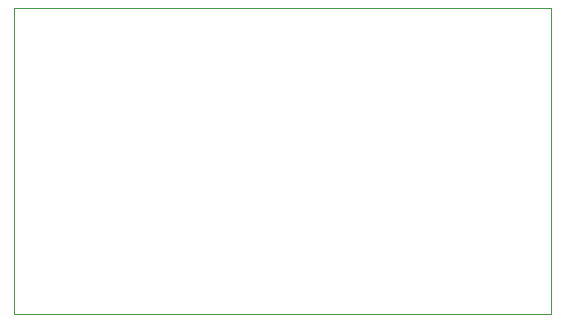
<source format=gbr>
%TF.GenerationSoftware,KiCad,Pcbnew,(5.1.6)-1*%
%TF.CreationDate,2021-03-03T13:24:50-05:00*%
%TF.ProjectId,Super EGA-120,53757065-7220-4454-9741-2d3132302e6b,rev?*%
%TF.SameCoordinates,Original*%
%TF.FileFunction,Profile,NP*%
%FSLAX46Y46*%
G04 Gerber Fmt 4.6, Leading zero omitted, Abs format (unit mm)*
G04 Created by KiCad (PCBNEW (5.1.6)-1) date 2021-03-03 13:24:50*
%MOMM*%
%LPD*%
G01*
G04 APERTURE LIST*
%TA.AperFunction,Profile*%
%ADD10C,0.050000*%
%TD*%
G04 APERTURE END LIST*
D10*
X123952000Y-109220000D02*
X123952000Y-83312000D01*
X169418000Y-109220000D02*
X123952000Y-109220000D01*
X169418000Y-83312000D02*
X169418000Y-109220000D01*
X123952000Y-83312000D02*
X169418000Y-83312000D01*
M02*

</source>
